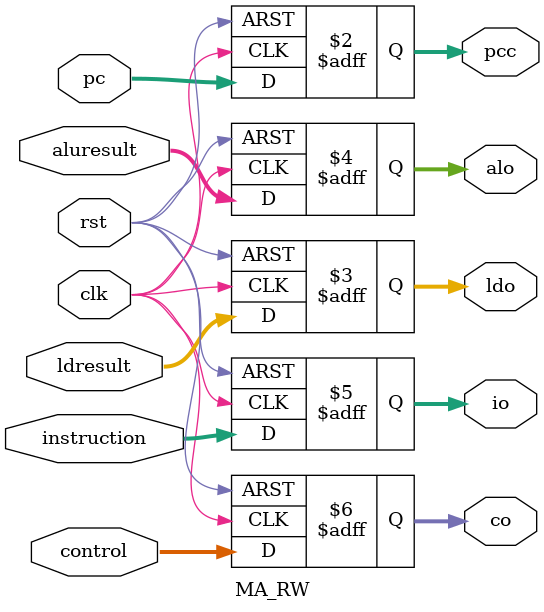
<source format=v>
module MA_RW (
  input clk, rst,
  input [31:0] pc, ldresult, aluresult, instruction,
  input  wire [21:0] control,
  output reg [31:0] pcc, ldo, alo, io,
  output reg [21:0] co
);
  always @(posedge clk or posedge rst) begin
      if (rst) begin
          pcc <= 32'b0;
          ldo <= 32'b0;
          alo <= 32'b0;
          io  <= 32'b0;
          co  <= 22'd0;
      end else begin
          pcc <= pc;
          ldo <= ldresult;
          alo <= aluresult;
          io  <= instruction;
          co  <= control;
      end
  end
endmodule

</source>
